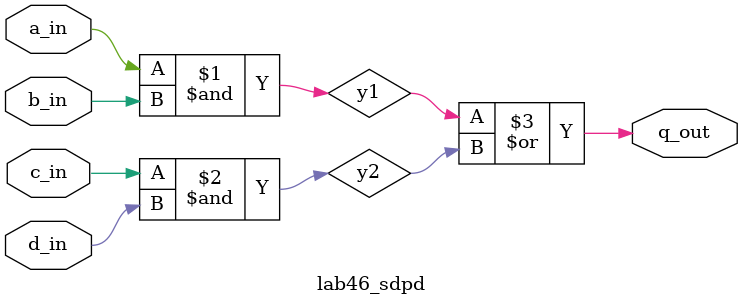
<source format=v>
`timescale 1ns / 1ps


module lab46_sdpd(
                    input a_in, b_in, c_in, d_in,
                    output q_out
    );
    
wire y1, y2;
assign y1 = a_in & b_in;
assign y2 = c_in & d_in;
assign q_out = y1 | y2 ;

specify
    if(a_in)
        (a_in => q_out) = 7;
    if(~a_in)
        (a_in => q_out) = 6;
    
    if({c_in , d_in} == 2'b11)
        (c_in, d_in *>q_out) = 8;
    
    if({c_in , d_in} != 2'b11)
        (c_in, d_in *>q_out) = 9;
endspecify

endmodule

</source>
